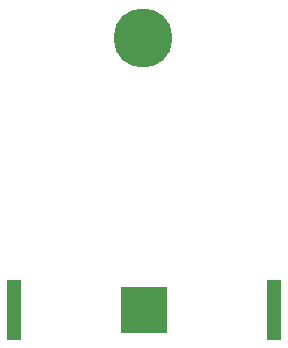
<source format=gbp>
G04 #@! TF.GenerationSoftware,KiCad,Pcbnew,5.0.2-bee76a0~70~ubuntu18.04.1*
G04 #@! TF.CreationDate,2019-04-03T21:22:13-07:00*
G04 #@! TF.ProjectId,sao-pin,73616f2d-7069-46e2-9e6b-696361645f70,rev?*
G04 #@! TF.SameCoordinates,Original*
G04 #@! TF.FileFunction,Paste,Bot*
G04 #@! TF.FilePolarity,Positive*
%FSLAX46Y46*%
G04 Gerber Fmt 4.6, Leading zero omitted, Abs format (unit mm)*
G04 Created by KiCad (PCBNEW 5.0.2-bee76a0~70~ubuntu18.04.1) date Wed 03 Apr 2019 09:22:13 PM PDT*
%MOMM*%
%LPD*%
G01*
G04 APERTURE LIST*
%ADD10R,3.960000X3.960000*%
%ADD11R,1.270000X5.080000*%
%ADD12C,5.000000*%
G04 APERTURE END LIST*
D10*
G04 #@! TO.C,BT1*
X144678400Y-118000000D03*
D11*
X133693400Y-118000000D03*
X155663400Y-118000000D03*
G04 #@! TD*
D12*
G04 #@! TO.C,g1*
X144600000Y-95000000D03*
G04 #@! TD*
M02*

</source>
